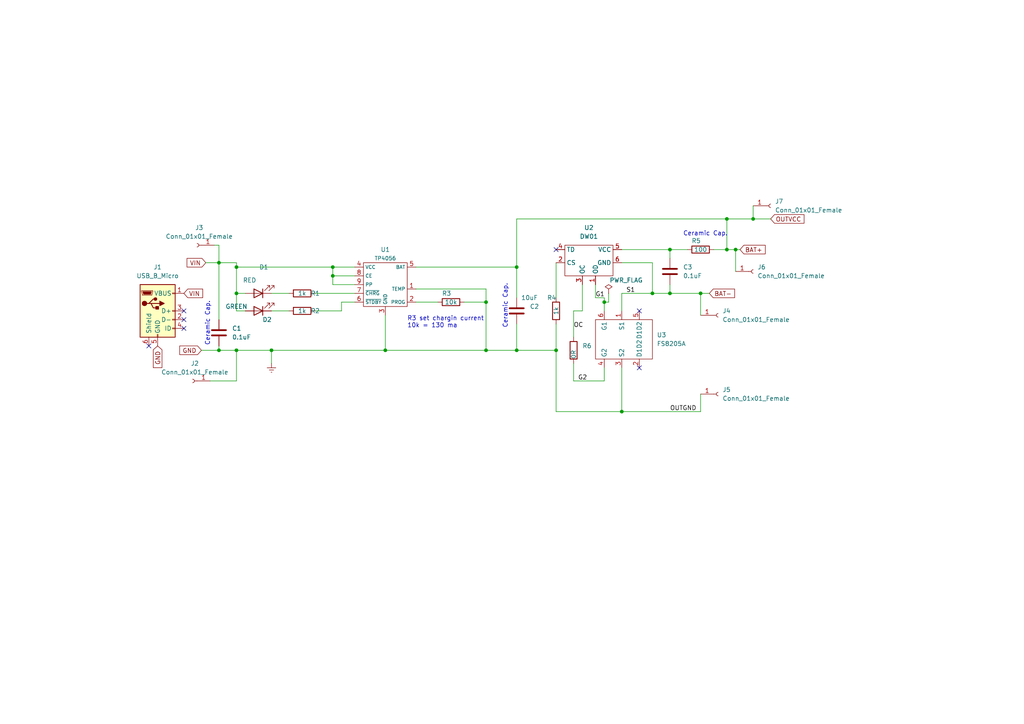
<source format=kicad_sch>
(kicad_sch
	(version 20231120)
	(generator "eeschema")
	(generator_version "8.0")
	(uuid "e63e39d7-6ac0-4ffd-8aa3-1841a4541b55")
	(paper "A4")
	(lib_symbols
		(symbol "Connector:Conn_01x01_Female"
			(pin_names
				(offset 1.016) hide)
			(exclude_from_sim no)
			(in_bom yes)
			(on_board yes)
			(property "Reference" "J"
				(at 0 2.54 0)
				(effects
					(font
						(size 1.27 1.27)
					)
				)
			)
			(property "Value" "Conn_01x01_Female"
				(at 0 -2.54 0)
				(effects
					(font
						(size 1.27 1.27)
					)
				)
			)
			(property "Footprint" ""
				(at 0 0 0)
				(effects
					(font
						(size 1.27 1.27)
					)
					(hide yes)
				)
			)
			(property "Datasheet" "~"
				(at 0 0 0)
				(effects
					(font
						(size 1.27 1.27)
					)
					(hide yes)
				)
			)
			(property "Description" "Generic connector, single row, 01x01, script generated (kicad-library-utils/schlib/autogen/connector/)"
				(at 0 0 0)
				(effects
					(font
						(size 1.27 1.27)
					)
					(hide yes)
				)
			)
			(property "ki_keywords" "connector"
				(at 0 0 0)
				(effects
					(font
						(size 1.27 1.27)
					)
					(hide yes)
				)
			)
			(property "ki_fp_filters" "Connector*:*"
				(at 0 0 0)
				(effects
					(font
						(size 1.27 1.27)
					)
					(hide yes)
				)
			)
			(symbol "Conn_01x01_Female_1_1"
				(polyline
					(pts
						(xy -1.27 0) (xy -0.508 0)
					)
					(stroke
						(width 0.1524)
						(type default)
					)
					(fill
						(type none)
					)
				)
				(arc
					(start 0 0.508)
					(mid -0.5058 0)
					(end 0 -0.508)
					(stroke
						(width 0.1524)
						(type default)
					)
					(fill
						(type none)
					)
				)
				(pin passive line
					(at -5.08 0 0)
					(length 3.81)
					(name "Pin_1"
						(effects
							(font
								(size 1.27 1.27)
							)
						)
					)
					(number "1"
						(effects
							(font
								(size 1.27 1.27)
							)
						)
					)
				)
			)
		)
		(symbol "Connector:USB_B_Micro"
			(pin_names
				(offset 1.016)
			)
			(exclude_from_sim no)
			(in_bom yes)
			(on_board yes)
			(property "Reference" "J"
				(at -5.08 11.43 0)
				(effects
					(font
						(size 1.27 1.27)
					)
					(justify left)
				)
			)
			(property "Value" "USB_B_Micro"
				(at -5.08 8.89 0)
				(effects
					(font
						(size 1.27 1.27)
					)
					(justify left)
				)
			)
			(property "Footprint" ""
				(at 3.81 -1.27 0)
				(effects
					(font
						(size 1.27 1.27)
					)
					(hide yes)
				)
			)
			(property "Datasheet" "~"
				(at 3.81 -1.27 0)
				(effects
					(font
						(size 1.27 1.27)
					)
					(hide yes)
				)
			)
			(property "Description" "USB Micro Type B connector"
				(at 0 0 0)
				(effects
					(font
						(size 1.27 1.27)
					)
					(hide yes)
				)
			)
			(property "ki_keywords" "connector USB micro"
				(at 0 0 0)
				(effects
					(font
						(size 1.27 1.27)
					)
					(hide yes)
				)
			)
			(property "ki_fp_filters" "USB*"
				(at 0 0 0)
				(effects
					(font
						(size 1.27 1.27)
					)
					(hide yes)
				)
			)
			(symbol "USB_B_Micro_0_1"
				(rectangle
					(start -5.08 -7.62)
					(end 5.08 7.62)
					(stroke
						(width 0.254)
						(type default)
					)
					(fill
						(type background)
					)
				)
				(circle
					(center -3.81 2.159)
					(radius 0.635)
					(stroke
						(width 0.254)
						(type default)
					)
					(fill
						(type outline)
					)
				)
				(circle
					(center -0.635 3.429)
					(radius 0.381)
					(stroke
						(width 0.254)
						(type default)
					)
					(fill
						(type outline)
					)
				)
				(rectangle
					(start -0.127 -7.62)
					(end 0.127 -6.858)
					(stroke
						(width 0)
						(type default)
					)
					(fill
						(type none)
					)
				)
				(polyline
					(pts
						(xy -1.905 2.159) (xy 0.635 2.159)
					)
					(stroke
						(width 0.254)
						(type default)
					)
					(fill
						(type none)
					)
				)
				(polyline
					(pts
						(xy -3.175 2.159) (xy -2.54 2.159) (xy -1.27 3.429) (xy -0.635 3.429)
					)
					(stroke
						(width 0.254)
						(type default)
					)
					(fill
						(type none)
					)
				)
				(polyline
					(pts
						(xy -2.54 2.159) (xy -1.905 2.159) (xy -1.27 0.889) (xy 0 0.889)
					)
					(stroke
						(width 0.254)
						(type default)
					)
					(fill
						(type none)
					)
				)
				(polyline
					(pts
						(xy 0.635 2.794) (xy 0.635 1.524) (xy 1.905 2.159) (xy 0.635 2.794)
					)
					(stroke
						(width 0.254)
						(type default)
					)
					(fill
						(type outline)
					)
				)
				(polyline
					(pts
						(xy -4.318 5.588) (xy -1.778 5.588) (xy -2.032 4.826) (xy -4.064 4.826) (xy -4.318 5.588)
					)
					(stroke
						(width 0)
						(type default)
					)
					(fill
						(type outline)
					)
				)
				(polyline
					(pts
						(xy -4.699 5.842) (xy -4.699 5.588) (xy -4.445 4.826) (xy -4.445 4.572) (xy -1.651 4.572) (xy -1.651 4.826)
						(xy -1.397 5.588) (xy -1.397 5.842) (xy -4.699 5.842)
					)
					(stroke
						(width 0)
						(type default)
					)
					(fill
						(type none)
					)
				)
				(rectangle
					(start 0.254 1.27)
					(end -0.508 0.508)
					(stroke
						(width 0.254)
						(type default)
					)
					(fill
						(type outline)
					)
				)
				(rectangle
					(start 5.08 -5.207)
					(end 4.318 -4.953)
					(stroke
						(width 0)
						(type default)
					)
					(fill
						(type none)
					)
				)
				(rectangle
					(start 5.08 -2.667)
					(end 4.318 -2.413)
					(stroke
						(width 0)
						(type default)
					)
					(fill
						(type none)
					)
				)
				(rectangle
					(start 5.08 -0.127)
					(end 4.318 0.127)
					(stroke
						(width 0)
						(type default)
					)
					(fill
						(type none)
					)
				)
				(rectangle
					(start 5.08 4.953)
					(end 4.318 5.207)
					(stroke
						(width 0)
						(type default)
					)
					(fill
						(type none)
					)
				)
			)
			(symbol "USB_B_Micro_1_1"
				(pin power_out line
					(at 7.62 5.08 180)
					(length 2.54)
					(name "VBUS"
						(effects
							(font
								(size 1.27 1.27)
							)
						)
					)
					(number "1"
						(effects
							(font
								(size 1.27 1.27)
							)
						)
					)
				)
				(pin bidirectional line
					(at 7.62 -2.54 180)
					(length 2.54)
					(name "D-"
						(effects
							(font
								(size 1.27 1.27)
							)
						)
					)
					(number "2"
						(effects
							(font
								(size 1.27 1.27)
							)
						)
					)
				)
				(pin bidirectional line
					(at 7.62 0 180)
					(length 2.54)
					(name "D+"
						(effects
							(font
								(size 1.27 1.27)
							)
						)
					)
					(number "3"
						(effects
							(font
								(size 1.27 1.27)
							)
						)
					)
				)
				(pin passive line
					(at 7.62 -5.08 180)
					(length 2.54)
					(name "ID"
						(effects
							(font
								(size 1.27 1.27)
							)
						)
					)
					(number "4"
						(effects
							(font
								(size 1.27 1.27)
							)
						)
					)
				)
				(pin power_out line
					(at 0 -10.16 90)
					(length 2.54)
					(name "GND"
						(effects
							(font
								(size 1.27 1.27)
							)
						)
					)
					(number "5"
						(effects
							(font
								(size 1.27 1.27)
							)
						)
					)
				)
				(pin passive line
					(at -2.54 -10.16 90)
					(length 2.54)
					(name "Shield"
						(effects
							(font
								(size 1.27 1.27)
							)
						)
					)
					(number "6"
						(effects
							(font
								(size 1.27 1.27)
							)
						)
					)
				)
			)
		)
		(symbol "Device:C"
			(pin_numbers hide)
			(pin_names
				(offset 0.254)
			)
			(exclude_from_sim no)
			(in_bom yes)
			(on_board yes)
			(property "Reference" "C"
				(at 0.635 2.54 0)
				(effects
					(font
						(size 1.27 1.27)
					)
					(justify left)
				)
			)
			(property "Value" "C"
				(at 0.635 -2.54 0)
				(effects
					(font
						(size 1.27 1.27)
					)
					(justify left)
				)
			)
			(property "Footprint" ""
				(at 0.9652 -3.81 0)
				(effects
					(font
						(size 1.27 1.27)
					)
					(hide yes)
				)
			)
			(property "Datasheet" "~"
				(at 0 0 0)
				(effects
					(font
						(size 1.27 1.27)
					)
					(hide yes)
				)
			)
			(property "Description" "Unpolarized capacitor"
				(at 0 0 0)
				(effects
					(font
						(size 1.27 1.27)
					)
					(hide yes)
				)
			)
			(property "ki_keywords" "cap capacitor"
				(at 0 0 0)
				(effects
					(font
						(size 1.27 1.27)
					)
					(hide yes)
				)
			)
			(property "ki_fp_filters" "C_*"
				(at 0 0 0)
				(effects
					(font
						(size 1.27 1.27)
					)
					(hide yes)
				)
			)
			(symbol "C_0_1"
				(polyline
					(pts
						(xy -2.032 -0.762) (xy 2.032 -0.762)
					)
					(stroke
						(width 0.508)
						(type default)
					)
					(fill
						(type none)
					)
				)
				(polyline
					(pts
						(xy -2.032 0.762) (xy 2.032 0.762)
					)
					(stroke
						(width 0.508)
						(type default)
					)
					(fill
						(type none)
					)
				)
			)
			(symbol "C_1_1"
				(pin passive line
					(at 0 3.81 270)
					(length 2.794)
					(name "~"
						(effects
							(font
								(size 1.27 1.27)
							)
						)
					)
					(number "1"
						(effects
							(font
								(size 1.27 1.27)
							)
						)
					)
				)
				(pin passive line
					(at 0 -3.81 90)
					(length 2.794)
					(name "~"
						(effects
							(font
								(size 1.27 1.27)
							)
						)
					)
					(number "2"
						(effects
							(font
								(size 1.27 1.27)
							)
						)
					)
				)
			)
		)
		(symbol "Device:LED"
			(pin_numbers hide)
			(pin_names
				(offset 1.016) hide)
			(exclude_from_sim no)
			(in_bom yes)
			(on_board yes)
			(property "Reference" "D"
				(at 0 2.54 0)
				(effects
					(font
						(size 1.27 1.27)
					)
				)
			)
			(property "Value" "LED"
				(at 0 -2.54 0)
				(effects
					(font
						(size 1.27 1.27)
					)
				)
			)
			(property "Footprint" ""
				(at 0 0 0)
				(effects
					(font
						(size 1.27 1.27)
					)
					(hide yes)
				)
			)
			(property "Datasheet" "~"
				(at 0 0 0)
				(effects
					(font
						(size 1.27 1.27)
					)
					(hide yes)
				)
			)
			(property "Description" "Light emitting diode"
				(at 0 0 0)
				(effects
					(font
						(size 1.27 1.27)
					)
					(hide yes)
				)
			)
			(property "ki_keywords" "LED diode"
				(at 0 0 0)
				(effects
					(font
						(size 1.27 1.27)
					)
					(hide yes)
				)
			)
			(property "ki_fp_filters" "LED* LED_SMD:* LED_THT:*"
				(at 0 0 0)
				(effects
					(font
						(size 1.27 1.27)
					)
					(hide yes)
				)
			)
			(symbol "LED_0_1"
				(polyline
					(pts
						(xy -1.27 -1.27) (xy -1.27 1.27)
					)
					(stroke
						(width 0.254)
						(type default)
					)
					(fill
						(type none)
					)
				)
				(polyline
					(pts
						(xy -1.27 0) (xy 1.27 0)
					)
					(stroke
						(width 0)
						(type default)
					)
					(fill
						(type none)
					)
				)
				(polyline
					(pts
						(xy 1.27 -1.27) (xy 1.27 1.27) (xy -1.27 0) (xy 1.27 -1.27)
					)
					(stroke
						(width 0.254)
						(type default)
					)
					(fill
						(type none)
					)
				)
				(polyline
					(pts
						(xy -3.048 -0.762) (xy -4.572 -2.286) (xy -3.81 -2.286) (xy -4.572 -2.286) (xy -4.572 -1.524)
					)
					(stroke
						(width 0)
						(type default)
					)
					(fill
						(type none)
					)
				)
				(polyline
					(pts
						(xy -1.778 -0.762) (xy -3.302 -2.286) (xy -2.54 -2.286) (xy -3.302 -2.286) (xy -3.302 -1.524)
					)
					(stroke
						(width 0)
						(type default)
					)
					(fill
						(type none)
					)
				)
			)
			(symbol "LED_1_1"
				(pin passive line
					(at -3.81 0 0)
					(length 2.54)
					(name "K"
						(effects
							(font
								(size 1.27 1.27)
							)
						)
					)
					(number "1"
						(effects
							(font
								(size 1.27 1.27)
							)
						)
					)
				)
				(pin passive line
					(at 3.81 0 180)
					(length 2.54)
					(name "A"
						(effects
							(font
								(size 1.27 1.27)
							)
						)
					)
					(number "2"
						(effects
							(font
								(size 1.27 1.27)
							)
						)
					)
				)
			)
		)
		(symbol "Device:R"
			(pin_numbers hide)
			(pin_names
				(offset 0)
			)
			(exclude_from_sim no)
			(in_bom yes)
			(on_board yes)
			(property "Reference" "R"
				(at 2.032 0 90)
				(effects
					(font
						(size 1.27 1.27)
					)
				)
			)
			(property "Value" "R"
				(at 0 0 90)
				(effects
					(font
						(size 1.27 1.27)
					)
				)
			)
			(property "Footprint" ""
				(at -1.778 0 90)
				(effects
					(font
						(size 1.27 1.27)
					)
					(hide yes)
				)
			)
			(property "Datasheet" "~"
				(at 0 0 0)
				(effects
					(font
						(size 1.27 1.27)
					)
					(hide yes)
				)
			)
			(property "Description" "Resistor"
				(at 0 0 0)
				(effects
					(font
						(size 1.27 1.27)
					)
					(hide yes)
				)
			)
			(property "ki_keywords" "R res resistor"
				(at 0 0 0)
				(effects
					(font
						(size 1.27 1.27)
					)
					(hide yes)
				)
			)
			(property "ki_fp_filters" "R_*"
				(at 0 0 0)
				(effects
					(font
						(size 1.27 1.27)
					)
					(hide yes)
				)
			)
			(symbol "R_0_1"
				(rectangle
					(start -1.016 -2.54)
					(end 1.016 2.54)
					(stroke
						(width 0.254)
						(type default)
					)
					(fill
						(type none)
					)
				)
			)
			(symbol "R_1_1"
				(pin passive line
					(at 0 3.81 270)
					(length 1.27)
					(name "~"
						(effects
							(font
								(size 1.27 1.27)
							)
						)
					)
					(number "1"
						(effects
							(font
								(size 1.27 1.27)
							)
						)
					)
				)
				(pin passive line
					(at 0 -3.81 90)
					(length 1.27)
					(name "~"
						(effects
							(font
								(size 1.27 1.27)
							)
						)
					)
					(number "2"
						(effects
							(font
								(size 1.27 1.27)
							)
						)
					)
				)
			)
		)
		(symbol "dw01:DW01"
			(exclude_from_sim no)
			(in_bom yes)
			(on_board yes)
			(property "Reference" "U"
				(at 1.27 10.16 0)
				(effects
					(font
						(size 1.27 1.27)
					)
				)
			)
			(property "Value" "DW01"
				(at 11.43 10.16 0)
				(effects
					(font
						(size 1.27 1.27)
					)
				)
			)
			(property "Footprint" "Package_TO_SOT_SMD:SOT-23-6_Handsoldering"
				(at 5.08 -7.62 0)
				(effects
					(font
						(size 1.27 1.27)
					)
					(hide yes)
				)
			)
			(property "Datasheet" ""
				(at 0 0 0)
				(effects
					(font
						(size 1.27 1.27)
					)
					(hide yes)
				)
			)
			(property "Description" ""
				(at 0 0 0)
				(effects
					(font
						(size 1.27 1.27)
					)
					(hide yes)
				)
			)
			(symbol "DW01_0_1"
				(rectangle
					(start 0 8.89)
					(end 13.97 0)
					(stroke
						(width 0)
						(type default)
					)
					(fill
						(type none)
					)
				)
			)
			(symbol "DW01_1_1"
				(pin input line
					(at 8.89 -2.54 90)
					(length 2.54)
					(name "OD"
						(effects
							(font
								(size 1.27 1.27)
							)
						)
					)
					(number "1"
						(effects
							(font
								(size 1.27 1.27)
							)
						)
					)
				)
				(pin input line
					(at -2.54 3.81 0)
					(length 2.54)
					(name "CS"
						(effects
							(font
								(size 1.27 1.27)
							)
						)
					)
					(number "2"
						(effects
							(font
								(size 1.27 1.27)
							)
						)
					)
				)
				(pin input line
					(at 5.08 -2.54 90)
					(length 2.54)
					(name "OC"
						(effects
							(font
								(size 1.27 1.27)
							)
						)
					)
					(number "3"
						(effects
							(font
								(size 1.27 1.27)
							)
						)
					)
				)
				(pin input line
					(at -2.54 7.62 0)
					(length 2.54)
					(name "TD"
						(effects
							(font
								(size 1.27 1.27)
							)
						)
					)
					(number "4"
						(effects
							(font
								(size 1.27 1.27)
							)
						)
					)
				)
				(pin input line
					(at 16.51 7.62 180)
					(length 2.54)
					(name "VCC"
						(effects
							(font
								(size 1.27 1.27)
							)
						)
					)
					(number "5"
						(effects
							(font
								(size 1.27 1.27)
							)
						)
					)
				)
				(pin input line
					(at 16.51 3.81 180)
					(length 2.54)
					(name "GND"
						(effects
							(font
								(size 1.27 1.27)
							)
						)
					)
					(number "6"
						(effects
							(font
								(size 1.27 1.27)
							)
						)
					)
				)
			)
		)
		(symbol "fs8205:FS8205A"
			(exclude_from_sim no)
			(in_bom yes)
			(on_board yes)
			(property "Reference" "U"
				(at 1.27 5.08 0)
				(effects
					(font
						(size 1.27 1.27)
					)
				)
			)
			(property "Value" "FS8205A"
				(at -1.27 8.89 90)
				(effects
					(font
						(size 1.27 1.27)
					)
				)
			)
			(property "Footprint" "Package_TO_SOT_SMD:SOT-23-6_Handsoldering"
				(at 3.81 -12.7 0)
				(effects
					(font
						(size 1.27 1.27)
					)
					(hide yes)
				)
			)
			(property "Datasheet" ""
				(at 0 0 0)
				(effects
					(font
						(size 1.27 1.27)
					)
					(hide yes)
				)
			)
			(property "Description" "FS8205A"
				(at 0 0 0)
				(effects
					(font
						(size 1.27 1.27)
					)
					(hide yes)
				)
			)
			(symbol "FS8205A_0_1"
				(rectangle
					(start 0 11.43)
					(end 16.51 0)
					(stroke
						(width 0)
						(type default)
					)
					(fill
						(type none)
					)
				)
			)
			(symbol "FS8205A_1_1"
				(pin input line
					(at 7.62 13.97 270)
					(length 2.54)
					(name "S1"
						(effects
							(font
								(size 1.27 1.27)
							)
						)
					)
					(number "1"
						(effects
							(font
								(size 1.27 1.27)
							)
						)
					)
				)
				(pin input line
					(at 12.7 -2.54 90)
					(length 2.54)
					(name "D1D2"
						(effects
							(font
								(size 1.27 1.27)
							)
						)
					)
					(number "2"
						(effects
							(font
								(size 1.27 1.27)
							)
						)
					)
				)
				(pin input line
					(at 7.62 -2.54 90)
					(length 2.54)
					(name "S2"
						(effects
							(font
								(size 1.27 1.27)
							)
						)
					)
					(number "3"
						(effects
							(font
								(size 1.27 1.27)
							)
						)
					)
				)
				(pin input line
					(at 2.54 -2.54 90)
					(length 2.54)
					(name "G2"
						(effects
							(font
								(size 1.27 1.27)
							)
						)
					)
					(number "4"
						(effects
							(font
								(size 1.27 1.27)
							)
						)
					)
				)
				(pin input line
					(at 12.7 13.97 270)
					(length 2.54)
					(name "D1D2"
						(effects
							(font
								(size 1.27 1.27)
							)
						)
					)
					(number "5"
						(effects
							(font
								(size 1.27 1.27)
							)
						)
					)
				)
				(pin input line
					(at 2.54 13.97 270)
					(length 2.54)
					(name "G1"
						(effects
							(font
								(size 1.27 1.27)
							)
						)
					)
					(number "6"
						(effects
							(font
								(size 1.27 1.27)
							)
						)
					)
				)
			)
		)
		(symbol "power:Earth"
			(power)
			(pin_names
				(offset 0)
			)
			(exclude_from_sim no)
			(in_bom yes)
			(on_board yes)
			(property "Reference" "#PWR"
				(at 0 -6.35 0)
				(effects
					(font
						(size 1.27 1.27)
					)
					(hide yes)
				)
			)
			(property "Value" "Earth"
				(at 0 -3.81 0)
				(effects
					(font
						(size 1.27 1.27)
					)
					(hide yes)
				)
			)
			(property "Footprint" ""
				(at 0 0 0)
				(effects
					(font
						(size 1.27 1.27)
					)
					(hide yes)
				)
			)
			(property "Datasheet" "~"
				(at 0 0 0)
				(effects
					(font
						(size 1.27 1.27)
					)
					(hide yes)
				)
			)
			(property "Description" "Power symbol creates a global label with name \"Earth\""
				(at 0 0 0)
				(effects
					(font
						(size 1.27 1.27)
					)
					(hide yes)
				)
			)
			(property "ki_keywords" "power-flag ground gnd"
				(at 0 0 0)
				(effects
					(font
						(size 1.27 1.27)
					)
					(hide yes)
				)
			)
			(symbol "Earth_0_1"
				(polyline
					(pts
						(xy -0.635 -1.905) (xy 0.635 -1.905)
					)
					(stroke
						(width 0)
						(type default)
					)
					(fill
						(type none)
					)
				)
				(polyline
					(pts
						(xy -0.127 -2.54) (xy 0.127 -2.54)
					)
					(stroke
						(width 0)
						(type default)
					)
					(fill
						(type none)
					)
				)
				(polyline
					(pts
						(xy 0 -1.27) (xy 0 0)
					)
					(stroke
						(width 0)
						(type default)
					)
					(fill
						(type none)
					)
				)
				(polyline
					(pts
						(xy 1.27 -1.27) (xy -1.27 -1.27)
					)
					(stroke
						(width 0)
						(type default)
					)
					(fill
						(type none)
					)
				)
			)
			(symbol "Earth_1_1"
				(pin power_in line
					(at 0 0 270)
					(length 0) hide
					(name "Earth"
						(effects
							(font
								(size 1.27 1.27)
							)
						)
					)
					(number "1"
						(effects
							(font
								(size 1.27 1.27)
							)
						)
					)
				)
			)
		)
		(symbol "power:PWR_FLAG"
			(power)
			(pin_numbers hide)
			(pin_names
				(offset 0) hide)
			(exclude_from_sim no)
			(in_bom yes)
			(on_board yes)
			(property "Reference" "#FLG"
				(at 0 1.905 0)
				(effects
					(font
						(size 1.27 1.27)
					)
					(hide yes)
				)
			)
			(property "Value" "PWR_FLAG"
				(at 0 3.81 0)
				(effects
					(font
						(size 1.27 1.27)
					)
				)
			)
			(property "Footprint" ""
				(at 0 0 0)
				(effects
					(font
						(size 1.27 1.27)
					)
					(hide yes)
				)
			)
			(property "Datasheet" "~"
				(at 0 0 0)
				(effects
					(font
						(size 1.27 1.27)
					)
					(hide yes)
				)
			)
			(property "Description" "Special symbol for telling ERC where power comes from"
				(at 0 0 0)
				(effects
					(font
						(size 1.27 1.27)
					)
					(hide yes)
				)
			)
			(property "ki_keywords" "power-flag"
				(at 0 0 0)
				(effects
					(font
						(size 1.27 1.27)
					)
					(hide yes)
				)
			)
			(symbol "PWR_FLAG_0_0"
				(pin power_out line
					(at 0 0 90)
					(length 0)
					(name "pwr"
						(effects
							(font
								(size 1.27 1.27)
							)
						)
					)
					(number "1"
						(effects
							(font
								(size 1.27 1.27)
							)
						)
					)
				)
			)
			(symbol "PWR_FLAG_0_1"
				(polyline
					(pts
						(xy 0 0) (xy 0 1.27) (xy -1.016 1.905) (xy 0 2.54) (xy 1.016 1.905) (xy 0 1.27)
					)
					(stroke
						(width 0)
						(type default)
					)
					(fill
						(type none)
					)
				)
			)
		)
		(symbol "tp4056:TP4056"
			(exclude_from_sim no)
			(in_bom yes)
			(on_board yes)
			(property "Reference" "U"
				(at 1.27 13.97 0)
				(effects
					(font
						(size 1.27 1.27)
					)
				)
			)
			(property "Value" "TP4056"
				(at 8.89 13.97 0)
				(effects
					(font
						(size 1.1 1.1)
					)
				)
			)
			(property "Footprint" "Package_SO:SOIC-8-1EP_3.9x4.9mm_P1.27mm_EP2.29x3mm"
				(at 0 0 0)
				(effects
					(font
						(size 1.27 1.27)
					)
					(hide yes)
				)
			)
			(property "Datasheet" ""
				(at 0 0 0)
				(effects
					(font
						(size 1.27 1.27)
					)
					(hide yes)
				)
			)
			(property "Description" "TP4056"
				(at 0 0 0)
				(effects
					(font
						(size 1.27 1.27)
					)
					(hide yes)
				)
			)
			(symbol "TP4056_0_1"
				(rectangle
					(start 0 12.7)
					(end 12.7 0)
					(stroke
						(width 0)
						(type default)
					)
					(fill
						(type none)
					)
				)
			)
			(symbol "TP4056_1_1"
				(pin input line
					(at 15.24 5.08 180)
					(length 2.54)
					(name "TEMP"
						(effects
							(font
								(size 1 1)
							)
						)
					)
					(number "1"
						(effects
							(font
								(size 1.27 1.27)
							)
						)
					)
				)
				(pin input line
					(at 15.24 1.27 180)
					(length 2.54)
					(name "PROG"
						(effects
							(font
								(size 1 1)
							)
						)
					)
					(number "2"
						(effects
							(font
								(size 1.27 1.27)
							)
						)
					)
				)
				(pin input line
					(at 6.35 -2.54 90)
					(length 2.54)
					(name "GND"
						(effects
							(font
								(size 1 1)
							)
						)
					)
					(number "3"
						(effects
							(font
								(size 1.27 1.27)
							)
						)
					)
				)
				(pin input line
					(at -2.54 11.43 0)
					(length 2.54)
					(name "VCC"
						(effects
							(font
								(size 1 1)
							)
						)
					)
					(number "4"
						(effects
							(font
								(size 1.27 1.27)
							)
						)
					)
				)
				(pin input line
					(at 15.24 11.43 180)
					(length 2.54)
					(name "BAT"
						(effects
							(font
								(size 1 1)
							)
						)
					)
					(number "5"
						(effects
							(font
								(size 1.27 1.27)
							)
						)
					)
				)
				(pin input line
					(at -2.54 1.27 0)
					(length 2.54)
					(name "~{STDBY}"
						(effects
							(font
								(size 1 1)
							)
						)
					)
					(number "6"
						(effects
							(font
								(size 1.27 1.27)
							)
						)
					)
				)
				(pin input line
					(at -2.54 3.81 0)
					(length 2.54)
					(name "~{CHRG}"
						(effects
							(font
								(size 1 1)
							)
						)
					)
					(number "7"
						(effects
							(font
								(size 1.27 1.27)
							)
						)
					)
				)
				(pin input line
					(at -2.54 8.89 0)
					(length 2.54)
					(name "CE"
						(effects
							(font
								(size 1 1)
							)
						)
					)
					(number "8"
						(effects
							(font
								(size 1.27 1.27)
							)
						)
					)
				)
				(pin input line
					(at -2.54 6.35 0)
					(length 2.54)
					(name "PP"
						(effects
							(font
								(size 1 1)
							)
						)
					)
					(number "9"
						(effects
							(font
								(size 1.27 1.27)
							)
						)
					)
				)
			)
		)
	)
	(junction
		(at 68.58 85.09)
		(diameter 0)
		(color 0 0 0 0)
		(uuid "055cd422-e107-4e50-acce-134951876793")
	)
	(junction
		(at 203.2 85.09)
		(diameter 0)
		(color 0 0 0 0)
		(uuid "0abea085-735a-43dc-8e2a-504235d03854")
	)
	(junction
		(at 175.26 87.63)
		(diameter 0)
		(color 0 0 0 0)
		(uuid "0f46563b-b454-497e-a65c-80bbd00ed29f")
	)
	(junction
		(at 189.23 85.09)
		(diameter 0)
		(color 0 0 0 0)
		(uuid "141de58a-9884-44fc-a8ae-7911995b048a")
	)
	(junction
		(at 140.97 101.6)
		(diameter 0)
		(color 0 0 0 0)
		(uuid "244c3b6e-5191-4d4d-960d-3bf90a6ec7b8")
	)
	(junction
		(at 213.36 72.39)
		(diameter 0)
		(color 0 0 0 0)
		(uuid "25020259-a973-40b4-b6b4-1a1146e02968")
	)
	(junction
		(at 149.86 101.6)
		(diameter 0)
		(color 0 0 0 0)
		(uuid "47f45830-4f8f-479a-9a95-d55326828567")
	)
	(junction
		(at 149.86 77.47)
		(diameter 0)
		(color 0 0 0 0)
		(uuid "620c9be5-110e-4b43-bc49-898e03ab1add")
	)
	(junction
		(at 78.74 101.6)
		(diameter 0)
		(color 0 0 0 0)
		(uuid "6743b35e-b3ed-41d2-a9ba-bb4717ba1553")
	)
	(junction
		(at 68.58 101.6)
		(diameter 0)
		(color 0 0 0 0)
		(uuid "6f4b4141-aff4-4756-b69c-4684d3e8cdd1")
	)
	(junction
		(at 180.34 119.38)
		(diameter 0)
		(color 0 0 0 0)
		(uuid "7102a428-4b9d-46dd-a98e-60dca13f98f6")
	)
	(junction
		(at 96.52 77.47)
		(diameter 0)
		(color 0 0 0 0)
		(uuid "71c56a0b-71b4-4760-af1b-24a4df62fe8d")
	)
	(junction
		(at 161.29 101.6)
		(diameter 0)
		(color 0 0 0 0)
		(uuid "7cdbfcb4-e6c1-4d1a-9988-b28ddb42e760")
	)
	(junction
		(at 194.31 85.09)
		(diameter 0)
		(color 0 0 0 0)
		(uuid "7e4ebefe-2864-40eb-996b-78c31e7ab136")
	)
	(junction
		(at 63.5 76.2)
		(diameter 0)
		(color 0 0 0 0)
		(uuid "7e6fce2f-5805-4f0d-9d49-b98859fd15a7")
	)
	(junction
		(at 218.44 63.5)
		(diameter 0)
		(color 0 0 0 0)
		(uuid "9794f674-de4d-4e99-b1cf-f2b06898bd8b")
	)
	(junction
		(at 140.97 87.63)
		(diameter 0)
		(color 0 0 0 0)
		(uuid "97e9da85-3ac2-416a-8dec-ce5c04ac424e")
	)
	(junction
		(at 96.52 80.01)
		(diameter 0)
		(color 0 0 0 0)
		(uuid "a4a2be89-9ce3-491a-9ceb-ab7bf6ec4023")
	)
	(junction
		(at 111.76 101.6)
		(diameter 0)
		(color 0 0 0 0)
		(uuid "ab999689-c099-4335-8d02-0c70f8aa45ea")
	)
	(junction
		(at 210.82 72.39)
		(diameter 0)
		(color 0 0 0 0)
		(uuid "c6c62326-83b8-4eac-9b87-ecc17e930bdf")
	)
	(junction
		(at 194.31 72.39)
		(diameter 0)
		(color 0 0 0 0)
		(uuid "d432040b-8383-421c-8988-1e75af44816f")
	)
	(junction
		(at 210.82 63.5)
		(diameter 0)
		(color 0 0 0 0)
		(uuid "e4af17b6-8640-46e7-9338-841a73bd198e")
	)
	(junction
		(at 68.58 77.47)
		(diameter 0)
		(color 0 0 0 0)
		(uuid "fddc120a-7336-4a64-9f76-3154421d942b")
	)
	(junction
		(at 63.5 101.6)
		(diameter 0)
		(color 0 0 0 0)
		(uuid "fefad8b8-c1cf-4638-818b-23e7941a75c0")
	)
	(no_connect
		(at 53.34 90.17)
		(uuid "003d85f9-5fbc-49c6-a98b-4d3c5d95d9e0")
	)
	(no_connect
		(at 53.34 95.25)
		(uuid "003d85f9-5fbc-49c6-a98b-4d3c5d95d9e1")
	)
	(no_connect
		(at 53.34 92.71)
		(uuid "003d85f9-5fbc-49c6-a98b-4d3c5d95d9e2")
	)
	(no_connect
		(at 161.29 72.39)
		(uuid "9d9bc4fd-fc6c-44ee-8eff-4783f43f64ea")
	)
	(no_connect
		(at 185.42 106.68)
		(uuid "ba286b63-305f-4f0e-bde2-0e6848c8484c")
	)
	(no_connect
		(at 185.42 90.17)
		(uuid "ba286b63-305f-4f0e-bde2-0e6848c8484d")
	)
	(no_connect
		(at 43.18 100.33)
		(uuid "eb884742-9178-45a3-972d-db1a90e40cc3")
	)
	(wire
		(pts
			(xy 111.76 101.6) (xy 140.97 101.6)
		)
		(stroke
			(width 0)
			(type default)
		)
		(uuid "019c8d5d-fea8-4b8f-9488-86bb79306c37")
	)
	(wire
		(pts
			(xy 149.86 101.6) (xy 161.29 101.6)
		)
		(stroke
			(width 0)
			(type default)
		)
		(uuid "06cfe5f2-e0a8-4710-9bc2-e8a3df0d970c")
	)
	(wire
		(pts
			(xy 189.23 76.2) (xy 189.23 85.09)
		)
		(stroke
			(width 0)
			(type default)
		)
		(uuid "0d22515b-4c47-49e6-8d0a-4bcf763bad1b")
	)
	(wire
		(pts
			(xy 91.44 85.09) (xy 102.87 85.09)
		)
		(stroke
			(width 0)
			(type default)
		)
		(uuid "0d2958b4-541e-4949-917e-ee919daa8672")
	)
	(wire
		(pts
			(xy 68.58 77.47) (xy 96.52 77.47)
		)
		(stroke
			(width 0)
			(type default)
		)
		(uuid "1461f900-3669-4db9-9387-2eb221cdbade")
	)
	(wire
		(pts
			(xy 194.31 72.39) (xy 199.39 72.39)
		)
		(stroke
			(width 0)
			(type default)
		)
		(uuid "153a91b1-4ee0-44bd-814e-7bf2ce10885e")
	)
	(wire
		(pts
			(xy 68.58 101.6) (xy 78.74 101.6)
		)
		(stroke
			(width 0)
			(type default)
		)
		(uuid "19bf5022-1991-4a9b-a1b9-9b8b682aac00")
	)
	(wire
		(pts
			(xy 96.52 77.47) (xy 102.87 77.47)
		)
		(stroke
			(width 0)
			(type default)
		)
		(uuid "1ab54b1f-9436-4a82-b393-44564eaa94f0")
	)
	(wire
		(pts
			(xy 149.86 77.47) (xy 149.86 86.36)
		)
		(stroke
			(width 0)
			(type default)
		)
		(uuid "1c47313f-b3a7-4c23-a484-26d4030e2cfc")
	)
	(wire
		(pts
			(xy 68.58 76.2) (xy 68.58 77.47)
		)
		(stroke
			(width 0)
			(type default)
		)
		(uuid "1e245a4d-3a79-4897-a505-3ea2e9b25562")
	)
	(wire
		(pts
			(xy 149.86 63.5) (xy 210.82 63.5)
		)
		(stroke
			(width 0)
			(type default)
		)
		(uuid "1f13d3d0-36d9-4b36-a109-fe6b22fddebe")
	)
	(wire
		(pts
			(xy 78.74 85.09) (xy 83.82 85.09)
		)
		(stroke
			(width 0)
			(type default)
		)
		(uuid "1fb35a78-e126-43c3-b302-d56c204997fd")
	)
	(wire
		(pts
			(xy 78.74 101.6) (xy 78.74 105.41)
		)
		(stroke
			(width 0)
			(type default)
		)
		(uuid "244c652b-0dc2-4274-92c2-d3d3d9f292f7")
	)
	(wire
		(pts
			(xy 140.97 83.82) (xy 140.97 87.63)
		)
		(stroke
			(width 0)
			(type default)
		)
		(uuid "26cb9d1d-0e1d-4d1a-b922-f91e36ba169e")
	)
	(wire
		(pts
			(xy 96.52 80.01) (xy 102.87 80.01)
		)
		(stroke
			(width 0)
			(type default)
		)
		(uuid "27487a2d-96b8-40fd-97ab-9ccdbcbea00c")
	)
	(wire
		(pts
			(xy 203.2 85.09) (xy 203.2 91.44)
		)
		(stroke
			(width 0)
			(type default)
		)
		(uuid "2972317a-7fc1-4e35-97f6-2db64b64d699")
	)
	(wire
		(pts
			(xy 96.52 77.47) (xy 96.52 80.01)
		)
		(stroke
			(width 0)
			(type default)
		)
		(uuid "2a1d081c-fc07-4e37-8fd8-8af1830d2d6f")
	)
	(wire
		(pts
			(xy 140.97 87.63) (xy 140.97 101.6)
		)
		(stroke
			(width 0)
			(type default)
		)
		(uuid "307c0646-7ac9-4a89-b2e4-deddf108b929")
	)
	(wire
		(pts
			(xy 71.12 90.17) (xy 68.58 90.17)
		)
		(stroke
			(width 0)
			(type default)
		)
		(uuid "31750aca-970e-4fc4-97f1-2f0d3f3f12e3")
	)
	(wire
		(pts
			(xy 68.58 85.09) (xy 68.58 77.47)
		)
		(stroke
			(width 0)
			(type default)
		)
		(uuid "32c8cd3d-c33b-4e94-b8c8-0eb1b4627697")
	)
	(wire
		(pts
			(xy 210.82 63.5) (xy 210.82 72.39)
		)
		(stroke
			(width 0)
			(type default)
		)
		(uuid "36a4264f-711f-406a-a5a1-e8e4eaf84976")
	)
	(wire
		(pts
			(xy 58.42 101.6) (xy 63.5 101.6)
		)
		(stroke
			(width 0)
			(type default)
		)
		(uuid "3f10d712-efef-4f63-92d2-877d13b6501f")
	)
	(wire
		(pts
			(xy 189.23 85.09) (xy 194.31 85.09)
		)
		(stroke
			(width 0)
			(type default)
		)
		(uuid "43996c4e-3864-4a1d-a9db-84ac1d192682")
	)
	(wire
		(pts
			(xy 175.26 87.63) (xy 175.26 90.17)
		)
		(stroke
			(width 0)
			(type default)
		)
		(uuid "43eac02c-df8a-4b72-8fa3-6b908e87f3b5")
	)
	(wire
		(pts
			(xy 172.72 86.36) (xy 175.26 86.36)
		)
		(stroke
			(width 0)
			(type default)
		)
		(uuid "4977e09f-4c66-461b-a2b7-2059a37ddf64")
	)
	(wire
		(pts
			(xy 68.58 110.49) (xy 68.58 101.6)
		)
		(stroke
			(width 0)
			(type default)
		)
		(uuid "49cdb9c3-00a1-424d-aae7-39f39fd3e779")
	)
	(wire
		(pts
			(xy 68.58 85.09) (xy 71.12 85.09)
		)
		(stroke
			(width 0)
			(type default)
		)
		(uuid "4b28b842-9d83-4676-bb2b-82c372810370")
	)
	(wire
		(pts
			(xy 194.31 85.09) (xy 203.2 85.09)
		)
		(stroke
			(width 0)
			(type default)
		)
		(uuid "4d40a756-7a06-4ba0-a613-749fce49bfc4")
	)
	(wire
		(pts
			(xy 180.34 72.39) (xy 194.31 72.39)
		)
		(stroke
			(width 0)
			(type default)
		)
		(uuid "4d7b893f-f45c-44cb-8cb9-b2a08b872566")
	)
	(wire
		(pts
			(xy 161.29 93.98) (xy 161.29 101.6)
		)
		(stroke
			(width 0)
			(type default)
		)
		(uuid "5074871c-a142-4415-a87c-8f5614fceac5")
	)
	(wire
		(pts
			(xy 210.82 72.39) (xy 213.36 72.39)
		)
		(stroke
			(width 0)
			(type default)
		)
		(uuid "566bd5d9-1273-4049-8949-25040447e944")
	)
	(wire
		(pts
			(xy 180.34 90.17) (xy 180.34 85.09)
		)
		(stroke
			(width 0)
			(type default)
		)
		(uuid "5869d8da-e92b-42a9-a5ac-6b591d565027")
	)
	(wire
		(pts
			(xy 60.96 110.49) (xy 68.58 110.49)
		)
		(stroke
			(width 0)
			(type default)
		)
		(uuid "599e6132-fc12-4fec-9642-4103bc8c9ee5")
	)
	(wire
		(pts
			(xy 166.37 110.49) (xy 175.26 110.49)
		)
		(stroke
			(width 0)
			(type default)
		)
		(uuid "5b5f402f-db9e-4a4b-9004-e1bc8aa43dc1")
	)
	(wire
		(pts
			(xy 172.72 82.55) (xy 172.72 86.36)
		)
		(stroke
			(width 0)
			(type default)
		)
		(uuid "67d896fd-9448-4080-8322-50cd0c9b778e")
	)
	(wire
		(pts
			(xy 99.06 87.63) (xy 99.06 90.17)
		)
		(stroke
			(width 0)
			(type default)
		)
		(uuid "6a6315d2-e8d8-46ab-94e0-e6475690fc23")
	)
	(wire
		(pts
			(xy 63.5 101.6) (xy 68.58 101.6)
		)
		(stroke
			(width 0)
			(type default)
		)
		(uuid "6f75e994-8216-4e3e-b8b6-bd98ab084850")
	)
	(wire
		(pts
			(xy 63.5 71.12) (xy 63.5 76.2)
		)
		(stroke
			(width 0)
			(type default)
		)
		(uuid "6fa4cbbf-5581-40dc-85e8-2689319e3df9")
	)
	(wire
		(pts
			(xy 102.87 82.55) (xy 96.52 82.55)
		)
		(stroke
			(width 0)
			(type default)
		)
		(uuid "7094b0f9-a04b-498d-b5dc-1258e005c1ec")
	)
	(wire
		(pts
			(xy 63.5 100.33) (xy 63.5 101.6)
		)
		(stroke
			(width 0)
			(type default)
		)
		(uuid "731ca797-0ae2-4236-b015-ba18cfc31099")
	)
	(wire
		(pts
			(xy 218.44 59.69) (xy 218.44 63.5)
		)
		(stroke
			(width 0)
			(type default)
		)
		(uuid "733d416c-e12f-4ca7-a327-5a837e17c477")
	)
	(wire
		(pts
			(xy 78.74 90.17) (xy 83.82 90.17)
		)
		(stroke
			(width 0)
			(type default)
		)
		(uuid "763983c5-9f33-4c86-8b29-5e2a62a128cd")
	)
	(wire
		(pts
			(xy 140.97 101.6) (xy 149.86 101.6)
		)
		(stroke
			(width 0)
			(type default)
		)
		(uuid "773965cc-5492-40dc-89d6-4f7440822f0c")
	)
	(wire
		(pts
			(xy 210.82 63.5) (xy 218.44 63.5)
		)
		(stroke
			(width 0)
			(type default)
		)
		(uuid "784822d3-acfc-4d8b-8e64-7ba82a312325")
	)
	(wire
		(pts
			(xy 213.36 72.39) (xy 214.63 72.39)
		)
		(stroke
			(width 0)
			(type default)
		)
		(uuid "7a1fd515-e92f-4560-bc53-7b9d9878050e")
	)
	(wire
		(pts
			(xy 161.29 76.2) (xy 161.29 86.36)
		)
		(stroke
			(width 0)
			(type default)
		)
		(uuid "816328fb-dc8a-44ff-8a4e-5deb24139766")
	)
	(wire
		(pts
			(xy 161.29 101.6) (xy 161.29 119.38)
		)
		(stroke
			(width 0)
			(type default)
		)
		(uuid "83fc07eb-c86b-42f4-8c75-9c537f893f10")
	)
	(wire
		(pts
			(xy 166.37 105.41) (xy 166.37 110.49)
		)
		(stroke
			(width 0)
			(type default)
		)
		(uuid "873b635b-8a93-4ae8-b9c5-29f47ea2dcec")
	)
	(wire
		(pts
			(xy 149.86 63.5) (xy 149.86 77.47)
		)
		(stroke
			(width 0)
			(type default)
		)
		(uuid "876b6b8d-dccc-4f15-b45f-0df4bff50f82")
	)
	(wire
		(pts
			(xy 63.5 76.2) (xy 68.58 76.2)
		)
		(stroke
			(width 0)
			(type default)
		)
		(uuid "889be9bf-bc7a-4a95-8063-13a928aed362")
	)
	(wire
		(pts
			(xy 99.06 90.17) (xy 91.44 90.17)
		)
		(stroke
			(width 0)
			(type default)
		)
		(uuid "8e13325a-7876-4efd-8762-ad72e5a6c0ce")
	)
	(wire
		(pts
			(xy 194.31 82.55) (xy 194.31 85.09)
		)
		(stroke
			(width 0)
			(type default)
		)
		(uuid "9a2aef9b-be49-4635-b2fc-c30450e87c71")
	)
	(wire
		(pts
			(xy 62.23 71.12) (xy 63.5 71.12)
		)
		(stroke
			(width 0)
			(type default)
		)
		(uuid "9b4ead2b-e4f6-4526-bd8c-e3febc81b1f7")
	)
	(wire
		(pts
			(xy 203.2 114.3) (xy 203.2 119.38)
		)
		(stroke
			(width 0)
			(type default)
		)
		(uuid "9dec4caa-b7e2-4944-9080-58892003ba77")
	)
	(wire
		(pts
			(xy 134.62 87.63) (xy 140.97 87.63)
		)
		(stroke
			(width 0)
			(type default)
		)
		(uuid "a37ca359-0492-436a-9df2-90fdf4913389")
	)
	(wire
		(pts
			(xy 168.91 90.17) (xy 166.37 90.17)
		)
		(stroke
			(width 0)
			(type default)
		)
		(uuid "a50e7838-bb9a-41b0-9b8d-d6e699cee306")
	)
	(wire
		(pts
			(xy 68.58 90.17) (xy 68.58 85.09)
		)
		(stroke
			(width 0)
			(type default)
		)
		(uuid "a7c85ef5-7930-49be-a013-81edb66309d3")
	)
	(wire
		(pts
			(xy 102.87 87.63) (xy 99.06 87.63)
		)
		(stroke
			(width 0)
			(type default)
		)
		(uuid "ad87020e-c45f-45c2-8a31-a794b54b45d5")
	)
	(wire
		(pts
			(xy 207.01 72.39) (xy 210.82 72.39)
		)
		(stroke
			(width 0)
			(type default)
		)
		(uuid "b285f351-7a65-44db-bbfb-2d218d08734f")
	)
	(wire
		(pts
			(xy 120.65 83.82) (xy 140.97 83.82)
		)
		(stroke
			(width 0)
			(type default)
		)
		(uuid "b29a7fe9-83a8-4992-960e-52b0cb2916a6")
	)
	(wire
		(pts
			(xy 63.5 76.2) (xy 63.5 92.71)
		)
		(stroke
			(width 0)
			(type default)
		)
		(uuid "bba46489-7b74-4703-b079-c6da14b4e863")
	)
	(wire
		(pts
			(xy 96.52 80.01) (xy 96.52 82.55)
		)
		(stroke
			(width 0)
			(type default)
		)
		(uuid "bc1a8e83-e730-492e-b727-32bc724d3e72")
	)
	(wire
		(pts
			(xy 203.2 85.09) (xy 205.74 85.09)
		)
		(stroke
			(width 0)
			(type default)
		)
		(uuid "c11a971f-7a56-4228-8ce6-918762206981")
	)
	(wire
		(pts
			(xy 180.34 106.68) (xy 180.34 119.38)
		)
		(stroke
			(width 0)
			(type default)
		)
		(uuid "c415822d-ce41-478b-a885-6874f0973f34")
	)
	(wire
		(pts
			(xy 180.34 76.2) (xy 189.23 76.2)
		)
		(stroke
			(width 0)
			(type default)
		)
		(uuid "c96256f2-491c-4405-a305-958504d72a8e")
	)
	(wire
		(pts
			(xy 194.31 72.39) (xy 194.31 74.93)
		)
		(stroke
			(width 0)
			(type default)
		)
		(uuid "cc66be20-053f-47f4-b771-82e8e2db880a")
	)
	(wire
		(pts
			(xy 180.34 119.38) (xy 203.2 119.38)
		)
		(stroke
			(width 0)
			(type default)
		)
		(uuid "cc7f6ff4-7088-4021-8c67-d1b3f92a69f9")
	)
	(wire
		(pts
			(xy 218.44 63.5) (xy 223.52 63.5)
		)
		(stroke
			(width 0)
			(type default)
		)
		(uuid "d285aa5b-565e-45ce-9fc0-645166421db4")
	)
	(wire
		(pts
			(xy 180.34 85.09) (xy 189.23 85.09)
		)
		(stroke
			(width 0)
			(type default)
		)
		(uuid "d86e0269-7fc0-4466-905a-b478e7845442")
	)
	(wire
		(pts
			(xy 175.26 110.49) (xy 175.26 106.68)
		)
		(stroke
			(width 0)
			(type default)
		)
		(uuid "da3ba181-2801-460e-ad53-15cfcca30c6a")
	)
	(wire
		(pts
			(xy 78.74 101.6) (xy 111.76 101.6)
		)
		(stroke
			(width 0)
			(type default)
		)
		(uuid "db9006d1-16e8-4c9c-9949-e84884f05f53")
	)
	(wire
		(pts
			(xy 120.65 87.63) (xy 127 87.63)
		)
		(stroke
			(width 0)
			(type default)
		)
		(uuid "dc6db29f-9a17-4a99-9889-5ae107587f42")
	)
	(wire
		(pts
			(xy 176.53 85.09) (xy 176.53 87.63)
		)
		(stroke
			(width 0)
			(type default)
		)
		(uuid "ddfb309c-4f8d-4808-b7ea-f36315becef4")
	)
	(wire
		(pts
			(xy 166.37 90.17) (xy 166.37 97.79)
		)
		(stroke
			(width 0)
			(type default)
		)
		(uuid "de3081bd-1330-43b3-8763-3155374e3a57")
	)
	(wire
		(pts
			(xy 168.91 82.55) (xy 168.91 90.17)
		)
		(stroke
			(width 0)
			(type default)
		)
		(uuid "defe4d52-c1e8-40f0-b22c-dcc3abb9370d")
	)
	(wire
		(pts
			(xy 176.53 87.63) (xy 175.26 87.63)
		)
		(stroke
			(width 0)
			(type default)
		)
		(uuid "df78313c-34da-4488-9916-6f5608f51136")
	)
	(wire
		(pts
			(xy 175.26 86.36) (xy 175.26 87.63)
		)
		(stroke
			(width 0)
			(type default)
		)
		(uuid "dfb31618-a964-4e75-9f8b-71076a4e590c")
	)
	(wire
		(pts
			(xy 161.29 119.38) (xy 180.34 119.38)
		)
		(stroke
			(width 0)
			(type default)
		)
		(uuid "eb59d0ed-94dc-41d9-a30d-bb4f9d03c87f")
	)
	(wire
		(pts
			(xy 149.86 93.98) (xy 149.86 101.6)
		)
		(stroke
			(width 0)
			(type default)
		)
		(uuid "f515cfd9-f5c2-49c9-bd57-d04a67204542")
	)
	(wire
		(pts
			(xy 59.69 76.2) (xy 63.5 76.2)
		)
		(stroke
			(width 0)
			(type default)
		)
		(uuid "f5ad2916-7299-4227-af58-da9fa753a038")
	)
	(wire
		(pts
			(xy 111.76 91.44) (xy 111.76 101.6)
		)
		(stroke
			(width 0)
			(type default)
		)
		(uuid "f754cc67-6c57-44d5-92eb-a11b60ed7261")
	)
	(wire
		(pts
			(xy 120.65 77.47) (xy 149.86 77.47)
		)
		(stroke
			(width 0)
			(type default)
		)
		(uuid "fea9feaf-9d89-4c73-88a5-5be127d3cfd9")
	)
	(wire
		(pts
			(xy 213.36 72.39) (xy 213.36 78.74)
		)
		(stroke
			(width 0)
			(type default)
		)
		(uuid "fef4a869-3123-4502-b543-d16ee9215bad")
	)
	(text "Ceramic Cap."
		(exclude_from_sim no)
		(at 60.96 100.33 90)
		(effects
			(font
				(size 1.27 1.27)
			)
			(justify left bottom)
		)
		(uuid "4b2f574d-2623-4000-a6be-c87984d14179")
	)
	(text "Ceramic Cap."
		(exclude_from_sim no)
		(at 147.32 95.25 90)
		(effects
			(font
				(size 1.27 1.27)
			)
			(justify left bottom)
		)
		(uuid "7f7ad699-122b-4d52-9ee0-6eb63936d35d")
	)
	(text "R3 set chargin current\n10k = 130 ma"
		(exclude_from_sim no)
		(at 118.11 95.25 0)
		(effects
			(font
				(size 1.27 1.27)
			)
			(justify left bottom)
		)
		(uuid "b6c0e4f7-1312-44d5-a62b-24a791e5c6ef")
	)
	(text "Ceramic Cap."
		(exclude_from_sim no)
		(at 198.12 68.58 0)
		(effects
			(font
				(size 1.27 1.27)
			)
			(justify left bottom)
		)
		(uuid "ced536f0-5bae-4bdb-99ce-30631ad838df")
	)
	(label "OUTGND"
		(at 194.31 119.38 0)
		(effects
			(font
				(size 1.27 1.27)
			)
			(justify left bottom)
		)
		(uuid "71cc1696-c53c-4a16-882f-64dcaf2e19c1")
	)
	(label "G1"
		(at 172.72 86.36 0)
		(effects
			(font
				(size 1.27 1.27)
			)
			(justify left bottom)
		)
		(uuid "9273aad3-d4fd-4f46-88b0-3a63b54fdc41")
	)
	(label "OC"
		(at 166.37 95.25 0)
		(effects
			(font
				(size 1.27 1.27)
			)
			(justify left bottom)
		)
		(uuid "92cf4db4-2dba-4763-9cd8-3c7f8aff8f24")
	)
	(label "G2"
		(at 167.64 110.49 0)
		(effects
			(font
				(size 1.27 1.27)
			)
			(justify left bottom)
		)
		(uuid "c8d1a84b-8d98-4130-891c-9d4b5bdb0535")
	)
	(label "S1"
		(at 181.61 85.09 0)
		(effects
			(font
				(size 1.27 1.27)
			)
			(justify left bottom)
		)
		(uuid "fd71d7ce-19f7-411b-9f95-5e5cb5d86d98")
	)
	(global_label "VIN"
		(shape input)
		(at 59.69 76.2 180)
		(fields_autoplaced yes)
		(effects
			(font
				(size 1.27 1.27)
			)
			(justify right)
		)
		(uuid "01169f5b-a434-4dc0-8282-ce118f26ec1e")
		(property "Intersheetrefs" "${INTERSHEET_REFS}"
			(at 54.2531 76.1206 0)
			(effects
				(font
					(size 1.27 1.27)
				)
				(justify right)
				(hide yes)
			)
		)
	)
	(global_label "GND"
		(shape input)
		(at 58.42 101.6 180)
		(fields_autoplaced yes)
		(effects
			(font
				(size 1.27 1.27)
			)
			(justify right)
		)
		(uuid "5c54c09a-8992-4106-84c9-9f83d8895144")
		(property "Intersheetrefs" "${INTERSHEET_REFS}"
			(at 52.1364 101.5206 0)
			(effects
				(font
					(size 1.27 1.27)
				)
				(justify right)
				(hide yes)
			)
		)
	)
	(global_label "OUTVCC"
		(shape input)
		(at 223.52 63.5 0)
		(fields_autoplaced yes)
		(effects
			(font
				(size 1.27 1.27)
			)
			(justify left)
		)
		(uuid "66131fd4-adb7-485f-b83b-507bc80d71e2")
		(property "Intersheetrefs" "${INTERSHEET_REFS}"
			(at 233.1902 63.4206 0)
			(effects
				(font
					(size 1.27 1.27)
				)
				(justify left)
				(hide yes)
			)
		)
	)
	(global_label "BAT+"
		(shape input)
		(at 214.63 72.39 0)
		(fields_autoplaced yes)
		(effects
			(font
				(size 1.27 1.27)
			)
			(justify left)
		)
		(uuid "72858cfa-625a-4a2e-8fd4-6fc5a1c61ec2")
		(property "Intersheetrefs" "${INTERSHEET_REFS}"
			(at 221.9417 72.3106 0)
			(effects
				(font
					(size 1.27 1.27)
				)
				(justify left)
				(hide yes)
			)
		)
	)
	(global_label "VIN"
		(shape input)
		(at 53.34 85.09 0)
		(fields_autoplaced yes)
		(effects
			(font
				(size 1.27 1.27)
			)
			(justify left)
		)
		(uuid "906bfecb-f12b-4023-b80a-3fe48766fac3")
		(property "Intersheetrefs" "${INTERSHEET_REFS}"
			(at 58.7769 85.1694 0)
			(effects
				(font
					(size 1.27 1.27)
				)
				(justify left)
				(hide yes)
			)
		)
	)
	(global_label "GND"
		(shape input)
		(at 45.72 100.33 270)
		(fields_autoplaced yes)
		(effects
			(font
				(size 1.27 1.27)
			)
			(justify right)
		)
		(uuid "92443956-9969-4a14-bdfa-61c54a686fe8")
		(property "Intersheetrefs" "${INTERSHEET_REFS}"
			(at 45.6406 106.6136 90)
			(effects
				(font
					(size 1.27 1.27)
				)
				(justify right)
				(hide yes)
			)
		)
	)
	(global_label "BAT-"
		(shape input)
		(at 205.74 85.09 0)
		(fields_autoplaced yes)
		(effects
			(font
				(size 1.27 1.27)
			)
			(justify left)
		)
		(uuid "c063ef3b-fa13-4511-adff-a2272ee634b5")
		(property "Intersheetrefs" "${INTERSHEET_REFS}"
			(at 213.0517 85.0106 0)
			(effects
				(font
					(size 1.27 1.27)
				)
				(justify left)
				(hide yes)
			)
		)
	)
	(symbol
		(lib_id "Device:C")
		(at 149.86 90.17 0)
		(unit 1)
		(exclude_from_sim no)
		(in_bom yes)
		(on_board yes)
		(dnp no)
		(uuid "096fd1b0-6cc0-4eae-b03f-33b0d6d653a4")
		(property "Reference" "C2"
			(at 153.67 88.8999 0)
			(effects
				(font
					(size 1.27 1.27)
				)
				(justify left)
			)
		)
		(property "Value" "10uF"
			(at 151.13 86.36 0)
			(effects
				(font
					(size 1.27 1.27)
				)
				(justify left)
			)
		)
		(property "Footprint" "Capacitor_SMD:C_0805_2012Metric_Pad1.18x1.45mm_HandSolder"
			(at 150.8252 93.98 0)
			(effects
				(font
					(size 1.27 1.27)
				)
				(hide yes)
			)
		)
		(property "Datasheet" "~"
			(at 149.86 90.17 0)
			(effects
				(font
					(size 1.27 1.27)
				)
				(hide yes)
			)
		)
		(property "Description" ""
			(at 149.86 90.17 0)
			(effects
				(font
					(size 1.27 1.27)
				)
				(hide yes)
			)
		)
		(pin "1"
			(uuid "7bfcb944-b789-4f8b-aff5-66a1f25179af")
		)
		(pin "2"
			(uuid "a3caf833-6d45-42b7-8945-54a5d2b52b20")
		)
		(instances
			(project ""
				(path "/e63e39d7-6ac0-4ffd-8aa3-1841a4541b55"
					(reference "C2")
					(unit 1)
				)
			)
		)
	)
	(symbol
		(lib_id "power:Earth")
		(at 78.74 105.41 0)
		(unit 1)
		(exclude_from_sim no)
		(in_bom yes)
		(on_board yes)
		(dnp no)
		(fields_autoplaced yes)
		(uuid "1f899ede-754a-4d05-b46b-3762deb06d6a")
		(property "Reference" "#PWR01"
			(at 78.74 111.76 0)
			(effects
				(font
					(size 1.27 1.27)
				)
				(hide yes)
			)
		)
		(property "Value" "Earth"
			(at 78.74 109.22 0)
			(effects
				(font
					(size 1.27 1.27)
				)
				(hide yes)
			)
		)
		(property "Footprint" ""
			(at 78.74 105.41 0)
			(effects
				(font
					(size 1.27 1.27)
				)
				(hide yes)
			)
		)
		(property "Datasheet" "~"
			(at 78.74 105.41 0)
			(effects
				(font
					(size 1.27 1.27)
				)
				(hide yes)
			)
		)
		(property "Description" ""
			(at 78.74 105.41 0)
			(effects
				(font
					(size 1.27 1.27)
				)
				(hide yes)
			)
		)
		(pin "1"
			(uuid "2dca0ed5-7b7c-4dc6-a57c-dad045f8d95b")
		)
		(instances
			(project ""
				(path "/e63e39d7-6ac0-4ffd-8aa3-1841a4541b55"
					(reference "#PWR01")
					(unit 1)
				)
			)
		)
	)
	(symbol
		(lib_id "Device:LED")
		(at 74.93 85.09 180)
		(unit 1)
		(exclude_from_sim no)
		(in_bom yes)
		(on_board yes)
		(dnp no)
		(uuid "35d00ad5-28b1-4a54-8c44-b8392be9929e")
		(property "Reference" "D1"
			(at 76.5175 77.47 0)
			(effects
				(font
					(size 1.27 1.27)
				)
			)
		)
		(property "Value" "RED"
			(at 72.39 81.28 0)
			(effects
				(font
					(size 1.27 1.27)
				)
			)
		)
		(property "Footprint" "LED_SMD:LED_0805_2012Metric_Pad1.15x1.40mm_HandSolder"
			(at 74.93 85.09 0)
			(effects
				(font
					(size 1.27 1.27)
				)
				(hide yes)
			)
		)
		(property "Datasheet" "~"
			(at 74.93 85.09 0)
			(effects
				(font
					(size 1.27 1.27)
				)
				(hide yes)
			)
		)
		(property "Description" ""
			(at 74.93 85.09 0)
			(effects
				(font
					(size 1.27 1.27)
				)
				(hide yes)
			)
		)
		(pin "1"
			(uuid "dc0a7e8b-f491-4674-b29b-1e5812c92723")
		)
		(pin "2"
			(uuid "2a070a70-0424-453a-acf6-b44e3bb96871")
		)
		(instances
			(project ""
				(path "/e63e39d7-6ac0-4ffd-8aa3-1841a4541b55"
					(reference "D1")
					(unit 1)
				)
			)
		)
	)
	(symbol
		(lib_id "Device:R")
		(at 87.63 85.09 90)
		(unit 1)
		(exclude_from_sim no)
		(in_bom yes)
		(on_board yes)
		(dnp no)
		(uuid "3e022b44-35d1-4935-8d3d-5b9a3b1d547e")
		(property "Reference" "R1"
			(at 91.44 85.09 90)
			(effects
				(font
					(size 1.27 1.27)
				)
			)
		)
		(property "Value" "1k"
			(at 87.63 85.09 90)
			(effects
				(font
					(size 1.27 1.27)
				)
			)
		)
		(property "Footprint" "Resistor_SMD:R_0603_1608Metric_Pad0.98x0.95mm_HandSolder"
			(at 87.63 86.868 90)
			(effects
				(font
					(size 1.27 1.27)
				)
				(hide yes)
			)
		)
		(property "Datasheet" "~"
			(at 87.63 85.09 0)
			(effects
				(font
					(size 1.27 1.27)
				)
				(hide yes)
			)
		)
		(property "Description" ""
			(at 87.63 85.09 0)
			(effects
				(font
					(size 1.27 1.27)
				)
				(hide yes)
			)
		)
		(pin "1"
			(uuid "f5884fa3-b274-4050-ace9-85aa1423be4f")
		)
		(pin "2"
			(uuid "a777a6c5-83a2-4ecc-b0b6-704ceb3419e8")
		)
		(instances
			(project ""
				(path "/e63e39d7-6ac0-4ffd-8aa3-1841a4541b55"
					(reference "R1")
					(unit 1)
				)
			)
		)
	)
	(symbol
		(lib_id "tp4056:TP4056")
		(at 105.41 88.9 0)
		(unit 1)
		(exclude_from_sim no)
		(in_bom yes)
		(on_board yes)
		(dnp no)
		(fields_autoplaced yes)
		(uuid "404df2ec-b035-42d3-b6dd-7c72e0043d20")
		(property "Reference" "U1"
			(at 111.76 72.39 0)
			(effects
				(font
					(size 1.27 1.27)
				)
			)
		)
		(property "Value" "TP4056"
			(at 111.76 74.93 0)
			(effects
				(font
					(size 1.1 1.1)
				)
			)
		)
		(property "Footprint" "Package_SO:SOIC-8-1EP_3.9x4.9mm_P1.27mm_EP2.29x3mm"
			(at 105.41 88.9 0)
			(effects
				(font
					(size 1.27 1.27)
				)
				(hide yes)
			)
		)
		(property "Datasheet" ""
			(at 105.41 88.9 0)
			(effects
				(font
					(size 1.27 1.27)
				)
				(hide yes)
			)
		)
		(property "Description" ""
			(at 105.41 88.9 0)
			(effects
				(font
					(size 1.27 1.27)
				)
				(hide yes)
			)
		)
		(pin "1"
			(uuid "fee233de-4ad4-4bef-b567-a2424762c776")
		)
		(pin "2"
			(uuid "06289053-0f3b-4b40-8c10-37aac88e0320")
		)
		(pin "3"
			(uuid "a8abcc7f-de77-4a02-a6fa-209b191c9542")
		)
		(pin "4"
			(uuid "9e9f777d-b1ff-464b-9e7a-e80406321380")
		)
		(pin "5"
			(uuid "dfefc6f2-18a2-4eb8-b3e3-59abd06125f9")
		)
		(pin "6"
			(uuid "cdd6573c-e21f-4e1f-bc71-71d48d1f0567")
		)
		(pin "7"
			(uuid "55e36c37-02c0-47fa-8c9d-d17d938ad601")
		)
		(pin "8"
			(uuid "be9ac810-854d-4bbd-92d3-83a2a658c003")
		)
		(pin "9"
			(uuid "5aa4acb3-f3a6-45a5-8d7f-feb81540db01")
		)
		(instances
			(project ""
				(path "/e63e39d7-6ac0-4ffd-8aa3-1841a4541b55"
					(reference "U1")
					(unit 1)
				)
			)
		)
	)
	(symbol
		(lib_id "power:PWR_FLAG")
		(at 176.53 85.09 0)
		(unit 1)
		(exclude_from_sim no)
		(in_bom yes)
		(on_board yes)
		(dnp no)
		(uuid "4429bc28-f89c-4f6a-923d-9e7b81d4c3b9")
		(property "Reference" "#FLG01"
			(at 176.53 83.185 0)
			(effects
				(font
					(size 1.27 1.27)
				)
				(hide yes)
			)
		)
		(property "Value" "PWR_FLAG"
			(at 181.61 81.28 0)
			(effects
				(font
					(size 1.27 1.27)
				)
			)
		)
		(property "Footprint" ""
			(at 176.53 85.09 0)
			(effects
				(font
					(size 1.27 1.27)
				)
				(hide yes)
			)
		)
		(property "Datasheet" "~"
			(at 176.53 85.09 0)
			(effects
				(font
					(size 1.27 1.27)
				)
				(hide yes)
			)
		)
		(property "Description" ""
			(at 176.53 85.09 0)
			(effects
				(font
					(size 1.27 1.27)
				)
				(hide yes)
			)
		)
		(pin "1"
			(uuid "32fdddac-c00a-4878-8942-a93cd562b304")
		)
		(instances
			(project ""
				(path "/e63e39d7-6ac0-4ffd-8aa3-1841a4541b55"
					(reference "#FLG01")
					(unit 1)
				)
			)
		)
	)
	(symbol
		(lib_id "dw01:DW01")
		(at 163.83 80.01 0)
		(unit 1)
		(exclude_from_sim no)
		(in_bom yes)
		(on_board yes)
		(dnp no)
		(fields_autoplaced yes)
		(uuid "4ad86402-8fdb-4d2f-9da7-d27cd988e6cf")
		(property "Reference" "U2"
			(at 170.815 66.04 0)
			(effects
				(font
					(size 1.27 1.27)
				)
			)
		)
		(property "Value" "DW01"
			(at 170.815 68.58 0)
			(effects
				(font
					(size 1.27 1.27)
				)
			)
		)
		(property "Footprint" "Package_TO_SOT_SMD:SOT-23-6_Handsoldering"
			(at 168.91 87.63 0)
			(effects
				(font
					(size 1.27 1.27)
				)
				(hide yes)
			)
		)
		(property "Datasheet" ""
			(at 163.83 80.01 0)
			(effects
				(font
					(size 1.27 1.27)
				)
				(hide yes)
			)
		)
		(property "Description" ""
			(at 163.83 80.01 0)
			(effects
				(font
					(size 1.27 1.27)
				)
				(hide yes)
			)
		)
		(pin "1"
			(uuid "8e2aae0f-6e42-4a9c-ac1f-6697c9b586da")
		)
		(pin "2"
			(uuid "916e3f57-b66e-4dbf-845c-e22d5565a34e")
		)
		(pin "3"
			(uuid "7e96f657-0121-4bb5-876e-d99568d44fbf")
		)
		(pin "4"
			(uuid "d4003fd0-05b3-460a-a4ab-399f2080512f")
		)
		(pin "5"
			(uuid "6d87855d-ef22-4f5b-8e13-e1370a038b7c")
		)
		(pin "6"
			(uuid "f4883d1d-3106-4158-9648-978de9cb6b7b")
		)
		(instances
			(project ""
				(path "/e63e39d7-6ac0-4ffd-8aa3-1841a4541b55"
					(reference "U2")
					(unit 1)
				)
			)
		)
	)
	(symbol
		(lib_id "Device:C")
		(at 194.31 78.74 0)
		(unit 1)
		(exclude_from_sim no)
		(in_bom yes)
		(on_board yes)
		(dnp no)
		(fields_autoplaced yes)
		(uuid "69a02753-b805-4bca-8e07-642f4529003a")
		(property "Reference" "C3"
			(at 198.12 77.4699 0)
			(effects
				(font
					(size 1.27 1.27)
				)
				(justify left)
			)
		)
		(property "Value" "0.1uF"
			(at 198.12 80.0099 0)
			(effects
				(font
					(size 1.27 1.27)
				)
				(justify left)
			)
		)
		(property "Footprint" "Capacitor_SMD:C_0805_2012Metric_Pad1.18x1.45mm_HandSolder"
			(at 195.2752 82.55 0)
			(effects
				(font
					(size 1.27 1.27)
				)
				(hide yes)
			)
		)
		(property "Datasheet" "~"
			(at 194.31 78.74 0)
			(effects
				(font
					(size 1.27 1.27)
				)
				(hide yes)
			)
		)
		(property "Description" ""
			(at 194.31 78.74 0)
			(effects
				(font
					(size 1.27 1.27)
				)
				(hide yes)
			)
		)
		(pin "1"
			(uuid "b8e604f2-a338-492b-9715-a1c400662a6b")
		)
		(pin "2"
			(uuid "e02abfee-fe83-46a5-aba0-f2aa3c75cac3")
		)
		(instances
			(project ""
				(path "/e63e39d7-6ac0-4ffd-8aa3-1841a4541b55"
					(reference "C3")
					(unit 1)
				)
			)
		)
	)
	(symbol
		(lib_id "Device:C")
		(at 63.5 96.52 0)
		(unit 1)
		(exclude_from_sim no)
		(in_bom yes)
		(on_board yes)
		(dnp no)
		(fields_autoplaced yes)
		(uuid "7870a9db-0a4b-4ce4-a426-dcf645359822")
		(property "Reference" "C1"
			(at 67.31 95.2499 0)
			(effects
				(font
					(size 1.27 1.27)
				)
				(justify left)
			)
		)
		(property "Value" "0.1uF"
			(at 67.31 97.7899 0)
			(effects
				(font
					(size 1.27 1.27)
				)
				(justify left)
			)
		)
		(property "Footprint" "Capacitor_SMD:C_0805_2012Metric_Pad1.18x1.45mm_HandSolder"
			(at 64.4652 100.33 0)
			(effects
				(font
					(size 1.27 1.27)
				)
				(hide yes)
			)
		)
		(property "Datasheet" "~"
			(at 63.5 96.52 0)
			(effects
				(font
					(size 1.27 1.27)
				)
				(hide yes)
			)
		)
		(property "Description" ""
			(at 63.5 96.52 0)
			(effects
				(font
					(size 1.27 1.27)
				)
				(hide yes)
			)
		)
		(pin "1"
			(uuid "8f07e5e7-d589-45db-bc0c-47dd32996453")
		)
		(pin "2"
			(uuid "7e385a19-0ffe-4979-ad0d-40000384fe71")
		)
		(instances
			(project ""
				(path "/e63e39d7-6ac0-4ffd-8aa3-1841a4541b55"
					(reference "C1")
					(unit 1)
				)
			)
		)
	)
	(symbol
		(lib_id "Device:LED")
		(at 74.93 90.17 180)
		(unit 1)
		(exclude_from_sim no)
		(in_bom yes)
		(on_board yes)
		(dnp no)
		(uuid "7f0062b4-e7f2-4234-af31-125472e340b7")
		(property "Reference" "D2"
			(at 77.47 92.71 0)
			(effects
				(font
					(size 1.27 1.27)
				)
			)
		)
		(property "Value" "GREEN"
			(at 68.58 88.9 0)
			(effects
				(font
					(size 1.27 1.27)
				)
			)
		)
		(property "Footprint" "LED_SMD:LED_0805_2012Metric_Pad1.15x1.40mm_HandSolder"
			(at 74.93 90.17 0)
			(effects
				(font
					(size 1.27 1.27)
				)
				(hide yes)
			)
		)
		(property "Datasheet" "~"
			(at 74.93 90.17 0)
			(effects
				(font
					(size 1.27 1.27)
				)
				(hide yes)
			)
		)
		(property "Description" ""
			(at 74.93 90.17 0)
			(effects
				(font
					(size 1.27 1.27)
				)
				(hide yes)
			)
		)
		(pin "1"
			(uuid "a3e097e1-b279-4830-8206-fcda11c32e4c")
		)
		(pin "2"
			(uuid "c267777e-9899-4e56-bc59-6bf4a890cfba")
		)
		(instances
			(project ""
				(path "/e63e39d7-6ac0-4ffd-8aa3-1841a4541b55"
					(reference "D2")
					(unit 1)
				)
			)
		)
	)
	(symbol
		(lib_id "Device:R")
		(at 130.81 87.63 90)
		(unit 1)
		(exclude_from_sim no)
		(in_bom yes)
		(on_board yes)
		(dnp no)
		(uuid "7f69b5a7-c09c-4cc5-8536-b50bc342272d")
		(property "Reference" "R3"
			(at 129.54 85.09 90)
			(effects
				(font
					(size 1.27 1.27)
				)
			)
		)
		(property "Value" "10k"
			(at 130.81 87.63 90)
			(effects
				(font
					(size 1.27 1.27)
				)
			)
		)
		(property "Footprint" "Resistor_SMD:R_0805_2012Metric_Pad1.20x1.40mm_HandSolder"
			(at 130.81 89.408 90)
			(effects
				(font
					(size 1.27 1.27)
				)
				(hide yes)
			)
		)
		(property "Datasheet" "~"
			(at 130.81 87.63 0)
			(effects
				(font
					(size 1.27 1.27)
				)
				(hide yes)
			)
		)
		(property "Description" ""
			(at 130.81 87.63 0)
			(effects
				(font
					(size 1.27 1.27)
				)
				(hide yes)
			)
		)
		(pin "1"
			(uuid "fd0eb6d4-eb45-4909-abba-ab81454e5313")
		)
		(pin "2"
			(uuid "133e8af7-4ced-4cd8-961f-4ad7b31c5ad5")
		)
		(instances
			(project ""
				(path "/e63e39d7-6ac0-4ffd-8aa3-1841a4541b55"
					(reference "R3")
					(unit 1)
				)
			)
		)
	)
	(symbol
		(lib_id "Connector:Conn_01x01_Female")
		(at 218.44 78.74 0)
		(unit 1)
		(exclude_from_sim no)
		(in_bom yes)
		(on_board yes)
		(dnp no)
		(fields_autoplaced yes)
		(uuid "8bebbd79-3b69-46a4-996d-68e9d4104f5f")
		(property "Reference" "J6"
			(at 219.71 77.4699 0)
			(effects
				(font
					(size 1.27 1.27)
				)
				(justify left)
			)
		)
		(property "Value" "Conn_01x01_Female"
			(at 219.71 80.0099 0)
			(effects
				(font
					(size 1.27 1.27)
				)
				(justify left)
			)
		)
		(property "Footprint" "Connector_PinSocket_2.54mm:PinSocket_1x01_P2.54mm_Vertical"
			(at 218.44 78.74 0)
			(effects
				(font
					(size 1.27 1.27)
				)
				(hide yes)
			)
		)
		(property "Datasheet" "~"
			(at 218.44 78.74 0)
			(effects
				(font
					(size 1.27 1.27)
				)
				(hide yes)
			)
		)
		(property "Description" ""
			(at 218.44 78.74 0)
			(effects
				(font
					(size 1.27 1.27)
				)
				(hide yes)
			)
		)
		(pin "1"
			(uuid "cae6293e-624f-4bc5-95bb-2ffc87460ae6")
		)
		(instances
			(project ""
				(path "/e63e39d7-6ac0-4ffd-8aa3-1841a4541b55"
					(reference "J6")
					(unit 1)
				)
			)
		)
	)
	(symbol
		(lib_id "Device:R")
		(at 161.29 90.17 180)
		(unit 1)
		(exclude_from_sim no)
		(in_bom yes)
		(on_board yes)
		(dnp no)
		(uuid "902308c6-0c1c-4c79-b41c-be4529a55967")
		(property "Reference" "R4"
			(at 160.02 86.36 0)
			(effects
				(font
					(size 1.27 1.27)
				)
			)
		)
		(property "Value" "1k"
			(at 161.29 90.17 90)
			(effects
				(font
					(size 1.27 1.27)
				)
			)
		)
		(property "Footprint" "Resistor_SMD:R_0603_1608Metric_Pad0.98x0.95mm_HandSolder"
			(at 163.068 90.17 90)
			(effects
				(font
					(size 1.27 1.27)
				)
				(hide yes)
			)
		)
		(property "Datasheet" "~"
			(at 161.29 90.17 0)
			(effects
				(font
					(size 1.27 1.27)
				)
				(hide yes)
			)
		)
		(property "Description" ""
			(at 161.29 90.17 0)
			(effects
				(font
					(size 1.27 1.27)
				)
				(hide yes)
			)
		)
		(pin "1"
			(uuid "a57c96bf-4c80-4ef2-835e-07add39a5b19")
		)
		(pin "2"
			(uuid "de31bb85-f0d2-4dd9-b1fb-04512b6e2f36")
		)
		(instances
			(project ""
				(path "/e63e39d7-6ac0-4ffd-8aa3-1841a4541b55"
					(reference "R4")
					(unit 1)
				)
			)
		)
	)
	(symbol
		(lib_id "Device:R")
		(at 203.2 72.39 270)
		(unit 1)
		(exclude_from_sim no)
		(in_bom yes)
		(on_board yes)
		(dnp no)
		(uuid "97e6f81e-2627-47c9-aed2-49cd786bcafc")
		(property "Reference" "R5"
			(at 201.93 69.85 90)
			(effects
				(font
					(size 1.27 1.27)
				)
			)
		)
		(property "Value" "100"
			(at 203.2 72.39 90)
			(effects
				(font
					(size 1.27 1.27)
				)
			)
		)
		(property "Footprint" "Resistor_SMD:R_0805_2012Metric_Pad1.20x1.40mm_HandSolder"
			(at 203.2 70.612 90)
			(effects
				(font
					(size 1.27 1.27)
				)
				(hide yes)
			)
		)
		(property "Datasheet" "~"
			(at 203.2 72.39 0)
			(effects
				(font
					(size 1.27 1.27)
				)
				(hide yes)
			)
		)
		(property "Description" ""
			(at 203.2 72.39 0)
			(effects
				(font
					(size 1.27 1.27)
				)
				(hide yes)
			)
		)
		(pin "1"
			(uuid "00180017-9cf3-4912-97a8-64ce8b07cfa7")
		)
		(pin "2"
			(uuid "cca1e7a6-5ecd-4e9d-aac9-2a51d53dba6e")
		)
		(instances
			(project ""
				(path "/e63e39d7-6ac0-4ffd-8aa3-1841a4541b55"
					(reference "R5")
					(unit 1)
				)
			)
		)
	)
	(symbol
		(lib_id "Connector:Conn_01x01_Female")
		(at 208.28 91.44 0)
		(unit 1)
		(exclude_from_sim no)
		(in_bom yes)
		(on_board yes)
		(dnp no)
		(fields_autoplaced yes)
		(uuid "aa1bbba1-f8f2-4b86-8583-1501713854a3")
		(property "Reference" "J4"
			(at 209.55 90.1699 0)
			(effects
				(font
					(size 1.27 1.27)
				)
				(justify left)
			)
		)
		(property "Value" "Conn_01x01_Female"
			(at 209.55 92.7099 0)
			(effects
				(font
					(size 1.27 1.27)
				)
				(justify left)
			)
		)
		(property "Footprint" "Connector_PinSocket_2.54mm:PinSocket_1x01_P2.54mm_Vertical"
			(at 208.28 91.44 0)
			(effects
				(font
					(size 1.27 1.27)
				)
				(hide yes)
			)
		)
		(property "Datasheet" "~"
			(at 208.28 91.44 0)
			(effects
				(font
					(size 1.27 1.27)
				)
				(hide yes)
			)
		)
		(property "Description" ""
			(at 208.28 91.44 0)
			(effects
				(font
					(size 1.27 1.27)
				)
				(hide yes)
			)
		)
		(pin "1"
			(uuid "1caeaff7-db0f-4dd0-b249-485249fc07df")
		)
		(instances
			(project ""
				(path "/e63e39d7-6ac0-4ffd-8aa3-1841a4541b55"
					(reference "J4")
					(unit 1)
				)
			)
		)
	)
	(symbol
		(lib_id "Connector:Conn_01x01_Female")
		(at 223.52 59.69 0)
		(unit 1)
		(exclude_from_sim no)
		(in_bom yes)
		(on_board yes)
		(dnp no)
		(fields_autoplaced yes)
		(uuid "b9c32e05-10c8-4e42-815e-27e488ff3dfe")
		(property "Reference" "J7"
			(at 224.79 58.4199 0)
			(effects
				(font
					(size 1.27 1.27)
				)
				(justify left)
			)
		)
		(property "Value" "Conn_01x01_Female"
			(at 224.79 60.9599 0)
			(effects
				(font
					(size 1.27 1.27)
				)
				(justify left)
			)
		)
		(property "Footprint" "Connector_PinSocket_2.54mm:PinSocket_1x01_P2.54mm_Vertical"
			(at 223.52 59.69 0)
			(effects
				(font
					(size 1.27 1.27)
				)
				(hide yes)
			)
		)
		(property "Datasheet" "~"
			(at 223.52 59.69 0)
			(effects
				(font
					(size 1.27 1.27)
				)
				(hide yes)
			)
		)
		(property "Description" ""
			(at 223.52 59.69 0)
			(effects
				(font
					(size 1.27 1.27)
				)
				(hide yes)
			)
		)
		(pin "1"
			(uuid "dd8c6a5a-f44e-4d2d-be72-a32d5bd4356d")
		)
		(instances
			(project ""
				(path "/e63e39d7-6ac0-4ffd-8aa3-1841a4541b55"
					(reference "J7")
					(unit 1)
				)
			)
		)
	)
	(symbol
		(lib_id "Connector:Conn_01x01_Female")
		(at 57.15 71.12 180)
		(unit 1)
		(exclude_from_sim no)
		(in_bom yes)
		(on_board yes)
		(dnp no)
		(fields_autoplaced yes)
		(uuid "cd3be960-f977-45a5-a8a9-730006fbe4e8")
		(property "Reference" "J3"
			(at 57.785 66.04 0)
			(effects
				(font
					(size 1.27 1.27)
				)
			)
		)
		(property "Value" "Conn_01x01_Female"
			(at 57.785 68.58 0)
			(effects
				(font
					(size 1.27 1.27)
				)
			)
		)
		(property "Footprint" "Connector_PinSocket_2.54mm:PinSocket_1x01_P2.54mm_Vertical"
			(at 57.15 71.12 0)
			(effects
				(font
					(size 1.27 1.27)
				)
				(hide yes)
			)
		)
		(property "Datasheet" "~"
			(at 57.15 71.12 0)
			(effects
				(font
					(size 1.27 1.27)
				)
				(hide yes)
			)
		)
		(property "Description" ""
			(at 57.15 71.12 0)
			(effects
				(font
					(size 1.27 1.27)
				)
				(hide yes)
			)
		)
		(pin "1"
			(uuid "01bf5aaf-87c0-4623-9bb6-fa76b7054c1c")
		)
		(instances
			(project ""
				(path "/e63e39d7-6ac0-4ffd-8aa3-1841a4541b55"
					(reference "J3")
					(unit 1)
				)
			)
		)
	)
	(symbol
		(lib_id "fs8205:FS8205A")
		(at 172.72 104.14 0)
		(unit 1)
		(exclude_from_sim no)
		(in_bom yes)
		(on_board yes)
		(dnp no)
		(fields_autoplaced yes)
		(uuid "d1e9c36d-25c5-48e3-8f6e-81c17ab586db")
		(property "Reference" "U3"
			(at 190.5 97.1549 0)
			(effects
				(font
					(size 1.27 1.27)
				)
				(justify left)
			)
		)
		(property "Value" "FS8205A"
			(at 190.5 99.6949 0)
			(effects
				(font
					(size 1.27 1.27)
				)
				(justify left)
			)
		)
		(property "Footprint" "Package_TO_SOT_SMD:SOT-23-6_Handsoldering"
			(at 176.53 116.84 0)
			(effects
				(font
					(size 1.27 1.27)
				)
				(hide yes)
			)
		)
		(property "Datasheet" ""
			(at 172.72 104.14 0)
			(effects
				(font
					(size 1.27 1.27)
				)
				(hide yes)
			)
		)
		(property "Description" ""
			(at 172.72 104.14 0)
			(effects
				(font
					(size 1.27 1.27)
				)
				(hide yes)
			)
		)
		(pin "1"
			(uuid "c7b414aa-7e4c-4051-a19b-a050b07d97f8")
		)
		(pin "2"
			(uuid "0e4388e1-3cd9-4f91-8880-ecaaa259f05c")
		)
		(pin "3"
			(uuid "93a1c4a8-95f6-4b79-93c0-d06b3f80986b")
		)
		(pin "4"
			(uuid "3a098d08-0227-413b-9f46-c9301dab0312")
		)
		(pin "5"
			(uuid "39b82910-00a6-4615-b48a-18fcc01fbebd")
		)
		(pin "6"
			(uuid "38161dd6-b77e-4d23-9c8d-bf31e76823a5")
		)
		(instances
			(project ""
				(path "/e63e39d7-6ac0-4ffd-8aa3-1841a4541b55"
					(reference "U3")
					(unit 1)
				)
			)
		)
	)
	(symbol
		(lib_id "Device:R")
		(at 87.63 90.17 90)
		(unit 1)
		(exclude_from_sim no)
		(in_bom yes)
		(on_board yes)
		(dnp no)
		(uuid "d2d6d04c-46b9-4070-b91b-9b51ac4842bd")
		(property "Reference" "R2"
			(at 91.44 90.17 90)
			(effects
				(font
					(size 1.27 1.27)
				)
			)
		)
		(property "Value" "1k"
			(at 87.63 90.17 90)
			(effects
				(font
					(size 1.27 1.27)
				)
			)
		)
		(property "Footprint" "Resistor_SMD:R_0603_1608Metric_Pad0.98x0.95mm_HandSolder"
			(at 87.63 91.948 90)
			(effects
				(font
					(size 1.27 1.27)
				)
				(hide yes)
			)
		)
		(property "Datasheet" "~"
			(at 87.63 90.17 0)
			(effects
				(font
					(size 1.27 1.27)
				)
				(hide yes)
			)
		)
		(property "Description" ""
			(at 87.63 90.17 0)
			(effects
				(font
					(size 1.27 1.27)
				)
				(hide yes)
			)
		)
		(pin "1"
			(uuid "469461ab-a113-4288-beb7-1ad1078670f4")
		)
		(pin "2"
			(uuid "d4cef307-2923-4e72-82b3-c227e3ad5b65")
		)
		(instances
			(project ""
				(path "/e63e39d7-6ac0-4ffd-8aa3-1841a4541b55"
					(reference "R2")
					(unit 1)
				)
			)
		)
	)
	(symbol
		(lib_id "Device:R")
		(at 166.37 101.6 0)
		(unit 1)
		(exclude_from_sim no)
		(in_bom yes)
		(on_board yes)
		(dnp no)
		(uuid "edb59100-665a-4344-b9e1-40a9c55e508a")
		(property "Reference" "R6"
			(at 168.91 100.3299 0)
			(effects
				(font
					(size 1.27 1.27)
				)
				(justify left)
			)
		)
		(property "Value" "0R"
			(at 166.37 104.14 90)
			(effects
				(font
					(size 1.27 1.27)
				)
				(justify left)
			)
		)
		(property "Footprint" "Resistor_SMD:R_1206_3216Metric_Pad1.30x1.75mm_HandSolder"
			(at 164.592 101.6 90)
			(effects
				(font
					(size 1.27 1.27)
				)
				(hide yes)
			)
		)
		(property "Datasheet" "~"
			(at 166.37 101.6 0)
			(effects
				(font
					(size 1.27 1.27)
				)
				(hide yes)
			)
		)
		(property "Description" ""
			(at 166.37 101.6 0)
			(effects
				(font
					(size 1.27 1.27)
				)
				(hide yes)
			)
		)
		(pin "1"
			(uuid "9e4681f9-879a-4a92-bb87-a3fd7533319c")
		)
		(pin "2"
			(uuid "82d51e8d-00f2-4e27-b3f7-362e96293429")
		)
		(instances
			(project ""
				(path "/e63e39d7-6ac0-4ffd-8aa3-1841a4541b55"
					(reference "R6")
					(unit 1)
				)
			)
		)
	)
	(symbol
		(lib_id "Connector:Conn_01x01_Female")
		(at 55.88 110.49 180)
		(unit 1)
		(exclude_from_sim no)
		(in_bom yes)
		(on_board yes)
		(dnp no)
		(fields_autoplaced yes)
		(uuid "f5af9e6d-b38e-432e-8453-2d6df2b3d8c9")
		(property "Reference" "J2"
			(at 56.515 105.41 0)
			(effects
				(font
					(size 1.27 1.27)
				)
			)
		)
		(property "Value" "Conn_01x01_Female"
			(at 56.515 107.95 0)
			(effects
				(font
					(size 1.27 1.27)
				)
			)
		)
		(property "Footprint" "Connector_PinSocket_2.54mm:PinSocket_1x01_P2.54mm_Vertical"
			(at 55.88 110.49 0)
			(effects
				(font
					(size 1.27 1.27)
				)
				(hide yes)
			)
		)
		(property "Datasheet" "~"
			(at 55.88 110.49 0)
			(effects
				(font
					(size 1.27 1.27)
				)
				(hide yes)
			)
		)
		(property "Description" ""
			(at 55.88 110.49 0)
			(effects
				(font
					(size 1.27 1.27)
				)
				(hide yes)
			)
		)
		(pin "1"
			(uuid "5dbe0d5e-a6ea-4e2c-9388-84ffd2411478")
		)
		(instances
			(project ""
				(path "/e63e39d7-6ac0-4ffd-8aa3-1841a4541b55"
					(reference "J2")
					(unit 1)
				)
			)
		)
	)
	(symbol
		(lib_id "Connector:Conn_01x01_Female")
		(at 208.28 114.3 0)
		(unit 1)
		(exclude_from_sim no)
		(in_bom yes)
		(on_board yes)
		(dnp no)
		(fields_autoplaced yes)
		(uuid "fad7507f-f45f-49ad-9c0b-623360c62854")
		(property "Reference" "J5"
			(at 209.55 113.0299 0)
			(effects
				(font
					(size 1.27 1.27)
				)
				(justify left)
			)
		)
		(property "Value" "Conn_01x01_Female"
			(at 209.55 115.5699 0)
			(effects
				(font
					(size 1.27 1.27)
				)
				(justify left)
			)
		)
		(property "Footprint" "Connector_PinSocket_2.54mm:PinSocket_1x01_P2.54mm_Vertical"
			(at 208.28 114.3 0)
			(effects
				(font
					(size 1.27 1.27)
				)
				(hide yes)
			)
		)
		(property "Datasheet" "~"
			(at 208.28 114.3 0)
			(effects
				(font
					(size 1.27 1.27)
				)
				(hide yes)
			)
		)
		(property "Description" ""
			(at 208.28 114.3 0)
			(effects
				(font
					(size 1.27 1.27)
				)
				(hide yes)
			)
		)
		(pin "1"
			(uuid "56b22554-4f56-4a41-8b6b-257b4682c94a")
		)
		(instances
			(project ""
				(path "/e63e39d7-6ac0-4ffd-8aa3-1841a4541b55"
					(reference "J5")
					(unit 1)
				)
			)
		)
	)
	(symbol
		(lib_id "Connector:USB_B_Micro")
		(at 45.72 90.17 0)
		(unit 1)
		(exclude_from_sim no)
		(in_bom yes)
		(on_board yes)
		(dnp no)
		(fields_autoplaced yes)
		(uuid "ff08e3fa-c419-4101-acf6-7d150274f530")
		(property "Reference" "J1"
			(at 45.72 77.47 0)
			(effects
				(font
					(size 1.27 1.27)
				)
			)
		)
		(property "Value" "USB_B_Micro"
			(at 45.72 80.01 0)
			(effects
				(font
					(size 1.27 1.27)
				)
			)
		)
		(property "Footprint" "usb_footprint:tp4056_USB_Micro-B_Molex_47346-0001_fix"
			(at 49.53 91.44 0)
			(effects
				(font
					(size 1.27 1.27)
				)
				(hide yes)
			)
		)
		(property "Datasheet" "~"
			(at 49.53 91.44 0)
			(effects
				(font
					(size 1.27 1.27)
				)
				(hide yes)
			)
		)
		(property "Description" ""
			(at 45.72 90.17 0)
			(effects
				(font
					(size 1.27 1.27)
				)
				(hide yes)
			)
		)
		(pin "1"
			(uuid "3eb94a1c-d1ed-49c0-8d00-ea40083ebcd7")
		)
		(pin "2"
			(uuid "896b9843-8c59-4df6-91c4-608a322a44b7")
		)
		(pin "3"
			(uuid "60d8de60-c9dd-4ce5-960b-c5168b34cee9")
		)
		(pin "4"
			(uuid "5510b1b3-de6c-4ca7-bba6-9c5fd679f8de")
		)
		(pin "5"
			(uuid "92a5c69b-1aa2-46e0-b9b3-875333773eea")
		)
		(pin "6"
			(uuid "7452c98a-fc5f-4aab-b39a-cac4e754c1fb")
		)
		(instances
			(project ""
				(path "/e63e39d7-6ac0-4ffd-8aa3-1841a4541b55"
					(reference "J1")
					(unit 1)
				)
			)
		)
	)
	(sheet_instances
		(path "/"
			(page "1")
		)
	)
)

</source>
